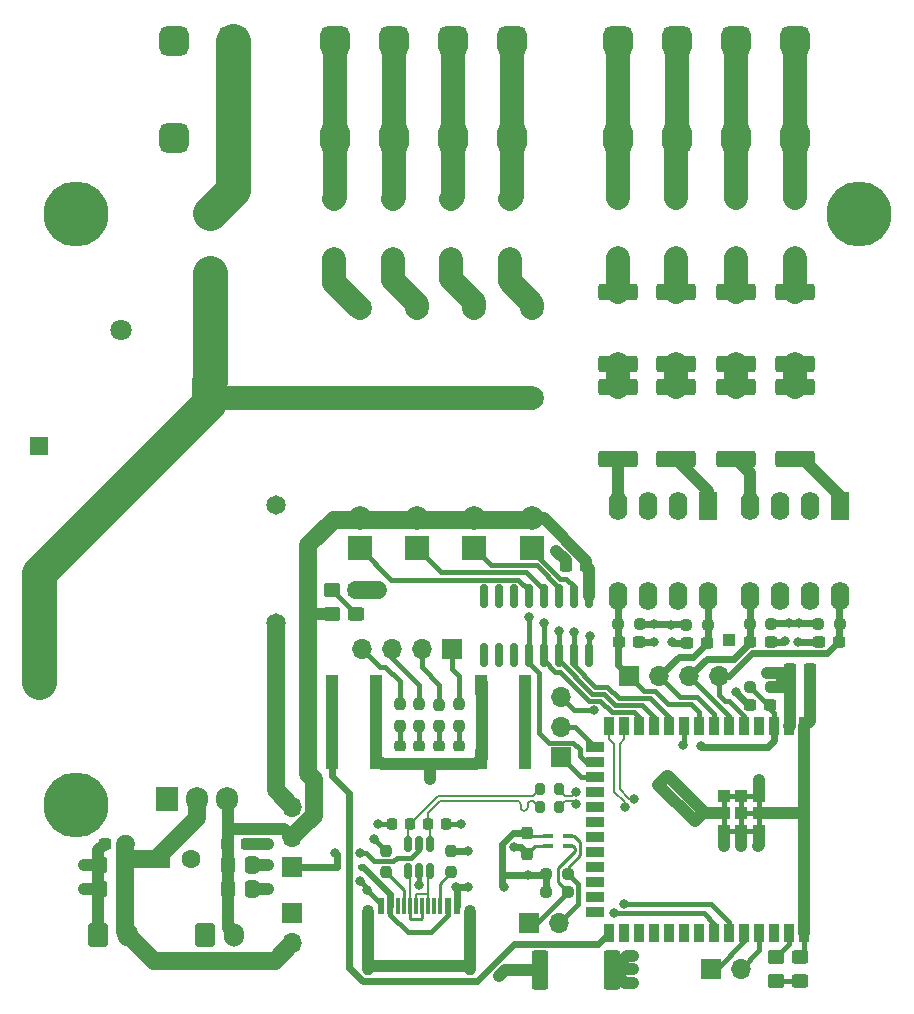
<source format=gtl>
G04 #@! TF.GenerationSoftware,KiCad,Pcbnew,(6.0.10)*
G04 #@! TF.CreationDate,2023-02-01T21:50:36+01:00*
G04 #@! TF.ProjectId,hamodule,68616d6f-6475-46c6-952e-6b696361645f,V.20230201.22*
G04 #@! TF.SameCoordinates,Original*
G04 #@! TF.FileFunction,Copper,L1,Top*
G04 #@! TF.FilePolarity,Positive*
%FSLAX46Y46*%
G04 Gerber Fmt 4.6, Leading zero omitted, Abs format (unit mm)*
G04 Created by KiCad (PCBNEW (6.0.10)) date 2023-02-01 21:50:36*
%MOMM*%
%LPD*%
G01*
G04 APERTURE LIST*
G04 Aperture macros list*
%AMRoundRect*
0 Rectangle with rounded corners*
0 $1 Rounding radius*
0 $2 $3 $4 $5 $6 $7 $8 $9 X,Y pos of 4 corners*
0 Add a 4 corners polygon primitive as box body*
4,1,4,$2,$3,$4,$5,$6,$7,$8,$9,$2,$3,0*
0 Add four circle primitives for the rounded corners*
1,1,$1+$1,$2,$3*
1,1,$1+$1,$4,$5*
1,1,$1+$1,$6,$7*
1,1,$1+$1,$8,$9*
0 Add four rect primitives between the rounded corners*
20,1,$1+$1,$2,$3,$4,$5,0*
20,1,$1+$1,$4,$5,$6,$7,0*
20,1,$1+$1,$6,$7,$8,$9,0*
20,1,$1+$1,$8,$9,$2,$3,0*%
G04 Aperture macros list end*
G04 #@! TA.AperFunction,ComponentPad*
%ADD10R,1.000000X1.000000*%
G04 #@! TD*
G04 #@! TA.AperFunction,ComponentPad*
%ADD11R,1.700000X1.700000*%
G04 #@! TD*
G04 #@! TA.AperFunction,ComponentPad*
%ADD12O,1.700000X1.700000*%
G04 #@! TD*
G04 #@! TA.AperFunction,SMDPad,CuDef*
%ADD13RoundRect,0.249999X-1.425001X0.450001X-1.425001X-0.450001X1.425001X-0.450001X1.425001X0.450001X0*%
G04 #@! TD*
G04 #@! TA.AperFunction,ComponentPad*
%ADD14C,1.800000*%
G04 #@! TD*
G04 #@! TA.AperFunction,SMDPad,CuDef*
%ADD15RoundRect,0.250000X-0.450000X0.325000X-0.450000X-0.325000X0.450000X-0.325000X0.450000X0.325000X0*%
G04 #@! TD*
G04 #@! TA.AperFunction,SMDPad,CuDef*
%ADD16RoundRect,0.250000X-0.450000X0.350000X-0.450000X-0.350000X0.450000X-0.350000X0.450000X0.350000X0*%
G04 #@! TD*
G04 #@! TA.AperFunction,ComponentPad*
%ADD17RoundRect,0.250000X-0.600000X-0.750000X0.600000X-0.750000X0.600000X0.750000X-0.600000X0.750000X0*%
G04 #@! TD*
G04 #@! TA.AperFunction,ComponentPad*
%ADD18O,1.700000X2.000000*%
G04 #@! TD*
G04 #@! TA.AperFunction,SMDPad,CuDef*
%ADD19RoundRect,0.237500X0.300000X0.237500X-0.300000X0.237500X-0.300000X-0.237500X0.300000X-0.237500X0*%
G04 #@! TD*
G04 #@! TA.AperFunction,SMDPad,CuDef*
%ADD20RoundRect,0.250000X-0.337500X-0.475000X0.337500X-0.475000X0.337500X0.475000X-0.337500X0.475000X0*%
G04 #@! TD*
G04 #@! TA.AperFunction,ComponentPad*
%ADD21R,1.650000X1.650000*%
G04 #@! TD*
G04 #@! TA.AperFunction,ComponentPad*
%ADD22C,1.650000*%
G04 #@! TD*
G04 #@! TA.AperFunction,ComponentPad*
%ADD23R,1.905000X2.000000*%
G04 #@! TD*
G04 #@! TA.AperFunction,ComponentPad*
%ADD24O,1.905000X2.000000*%
G04 #@! TD*
G04 #@! TA.AperFunction,ComponentPad*
%ADD25RoundRect,0.625000X0.625000X0.625000X-0.625000X0.625000X-0.625000X-0.625000X0.625000X-0.625000X0*%
G04 #@! TD*
G04 #@! TA.AperFunction,ComponentPad*
%ADD26C,2.000000*%
G04 #@! TD*
G04 #@! TA.AperFunction,ComponentPad*
%ADD27C,5.500000*%
G04 #@! TD*
G04 #@! TA.AperFunction,SMDPad,CuDef*
%ADD28RoundRect,0.150000X0.150000X-0.825000X0.150000X0.825000X-0.150000X0.825000X-0.150000X-0.825000X0*%
G04 #@! TD*
G04 #@! TA.AperFunction,ComponentPad*
%ADD29R,1.600000X2.400000*%
G04 #@! TD*
G04 #@! TA.AperFunction,ComponentPad*
%ADD30O,1.600000X2.400000*%
G04 #@! TD*
G04 #@! TA.AperFunction,SMDPad,CuDef*
%ADD31RoundRect,0.237500X-0.250000X-0.237500X0.250000X-0.237500X0.250000X0.237500X-0.250000X0.237500X0*%
G04 #@! TD*
G04 #@! TA.AperFunction,SMDPad,CuDef*
%ADD32RoundRect,0.237500X-0.300000X-0.237500X0.300000X-0.237500X0.300000X0.237500X-0.300000X0.237500X0*%
G04 #@! TD*
G04 #@! TA.AperFunction,SMDPad,CuDef*
%ADD33R,1.100000X1.800000*%
G04 #@! TD*
G04 #@! TA.AperFunction,SMDPad,CuDef*
%ADD34RoundRect,0.237500X-0.237500X0.300000X-0.237500X-0.300000X0.237500X-0.300000X0.237500X0.300000X0*%
G04 #@! TD*
G04 #@! TA.AperFunction,SMDPad,CuDef*
%ADD35RoundRect,0.237500X0.237500X-0.250000X0.237500X0.250000X-0.237500X0.250000X-0.237500X-0.250000X0*%
G04 #@! TD*
G04 #@! TA.AperFunction,SMDPad,CuDef*
%ADD36RoundRect,0.225000X0.225000X0.250000X-0.225000X0.250000X-0.225000X-0.250000X0.225000X-0.250000X0*%
G04 #@! TD*
G04 #@! TA.AperFunction,SMDPad,CuDef*
%ADD37RoundRect,0.200000X0.200000X0.275000X-0.200000X0.275000X-0.200000X-0.275000X0.200000X-0.275000X0*%
G04 #@! TD*
G04 #@! TA.AperFunction,SMDPad,CuDef*
%ADD38R,0.900000X1.500000*%
G04 #@! TD*
G04 #@! TA.AperFunction,SMDPad,CuDef*
%ADD39R,1.500000X0.900000*%
G04 #@! TD*
G04 #@! TA.AperFunction,SMDPad,CuDef*
%ADD40R,1.000000X1.000000*%
G04 #@! TD*
G04 #@! TA.AperFunction,SMDPad,CuDef*
%ADD41RoundRect,0.218750X0.256250X-0.218750X0.256250X0.218750X-0.256250X0.218750X-0.256250X-0.218750X0*%
G04 #@! TD*
G04 #@! TA.AperFunction,SMDPad,CuDef*
%ADD42R,0.600000X0.450000*%
G04 #@! TD*
G04 #@! TA.AperFunction,SMDPad,CuDef*
%ADD43RoundRect,0.250000X0.337500X0.475000X-0.337500X0.475000X-0.337500X-0.475000X0.337500X-0.475000X0*%
G04 #@! TD*
G04 #@! TA.AperFunction,SMDPad,CuDef*
%ADD44R,0.600000X1.450000*%
G04 #@! TD*
G04 #@! TA.AperFunction,SMDPad,CuDef*
%ADD45R,0.300000X1.450000*%
G04 #@! TD*
G04 #@! TA.AperFunction,ComponentPad*
%ADD46O,1.000000X2.100000*%
G04 #@! TD*
G04 #@! TA.AperFunction,ComponentPad*
%ADD47O,1.000000X1.600000*%
G04 #@! TD*
G04 #@! TA.AperFunction,ComponentPad*
%ADD48R,2.000000X2.000000*%
G04 #@! TD*
G04 #@! TA.AperFunction,SMDPad,CuDef*
%ADD49RoundRect,0.249999X-0.450001X-1.425001X0.450001X-1.425001X0.450001X1.425001X-0.450001X1.425001X0*%
G04 #@! TD*
G04 #@! TA.AperFunction,SMDPad,CuDef*
%ADD50R,0.820000X0.304800*%
G04 #@! TD*
G04 #@! TA.AperFunction,SMDPad,CuDef*
%ADD51R,0.820000X0.308800*%
G04 #@! TD*
G04 #@! TA.AperFunction,SMDPad,CuDef*
%ADD52RoundRect,0.150000X0.150000X-0.512500X0.150000X0.512500X-0.150000X0.512500X-0.150000X-0.512500X0*%
G04 #@! TD*
G04 #@! TA.AperFunction,SMDPad,CuDef*
%ADD53RoundRect,0.225000X-0.225000X-0.250000X0.225000X-0.250000X0.225000X0.250000X-0.225000X0.250000X0*%
G04 #@! TD*
G04 #@! TA.AperFunction,ComponentPad*
%ADD54R,1.600000X1.600000*%
G04 #@! TD*
G04 #@! TA.AperFunction,ComponentPad*
%ADD55C,1.600000*%
G04 #@! TD*
G04 #@! TA.AperFunction,SMDPad,CuDef*
%ADD56RoundRect,0.250000X0.450000X-0.350000X0.450000X0.350000X-0.450000X0.350000X-0.450000X-0.350000X0*%
G04 #@! TD*
G04 #@! TA.AperFunction,ViaPad*
%ADD57C,0.800000*%
G04 #@! TD*
G04 #@! TA.AperFunction,Conductor*
%ADD58C,0.600000*%
G04 #@! TD*
G04 #@! TA.AperFunction,Conductor*
%ADD59C,0.400000*%
G04 #@! TD*
G04 #@! TA.AperFunction,Conductor*
%ADD60C,1.000000*%
G04 #@! TD*
G04 #@! TA.AperFunction,Conductor*
%ADD61C,3.000000*%
G04 #@! TD*
G04 #@! TA.AperFunction,Conductor*
%ADD62C,2.000000*%
G04 #@! TD*
G04 #@! TA.AperFunction,Conductor*
%ADD63C,1.500000*%
G04 #@! TD*
G04 #@! TA.AperFunction,Conductor*
%ADD64C,0.250000*%
G04 #@! TD*
G04 #@! TA.AperFunction,Conductor*
%ADD65C,0.200000*%
G04 #@! TD*
G04 #@! TA.AperFunction,Conductor*
%ADD66C,0.350000*%
G04 #@! TD*
G04 APERTURE END LIST*
D10*
X93218000Y-85217000D03*
D11*
X56261500Y-108343700D03*
D12*
X56261500Y-110883700D03*
D13*
X83820500Y-55791100D03*
X83820500Y-61891100D03*
X88773500Y-55791100D03*
X88773500Y-61891100D03*
D14*
X41703800Y-59011450D03*
X49203800Y-60644780D03*
D13*
X88773500Y-63842900D03*
X88773500Y-69942900D03*
X83820500Y-63842900D03*
X83820500Y-69942900D03*
D15*
X61659000Y-81008000D03*
X61659000Y-83058000D03*
D16*
X59576200Y-81026000D03*
X59576200Y-83026000D03*
D17*
X48832000Y-110219000D03*
D18*
X51332000Y-110219000D03*
D19*
X42137500Y-102489000D03*
X40412500Y-102489000D03*
D20*
X50778500Y-106299000D03*
X52853500Y-106299000D03*
D19*
X81126500Y-78994000D03*
X79401500Y-78994000D03*
D21*
X34839100Y-68805000D03*
D22*
X34839100Y-88805000D03*
X54839100Y-83805000D03*
X54839100Y-73805000D03*
D23*
X45657000Y-98679000D03*
D24*
X48197000Y-98679000D03*
X50737000Y-98679000D03*
D25*
X74849500Y-42758500D03*
X74849500Y-34558501D03*
X69849500Y-42758500D03*
X69849500Y-34558501D03*
X64849500Y-42758500D03*
X64849500Y-34558501D03*
X59849500Y-42758500D03*
X59849500Y-34558501D03*
X51203100Y-42782099D03*
X51203100Y-34582100D03*
X46203100Y-42782099D03*
X46203100Y-34582100D03*
X98809500Y-42718499D03*
X98809500Y-34518500D03*
X93809500Y-42718499D03*
X93809500Y-34518500D03*
X88809500Y-42718499D03*
X88809500Y-34518500D03*
X83809500Y-42718499D03*
X83809500Y-34518500D03*
D26*
X49249500Y-49088500D03*
X49239500Y-54168500D03*
D27*
X104267500Y-49212500D03*
X37973500Y-49212500D03*
D28*
X72454000Y-86484000D03*
X73724000Y-86484000D03*
X74994000Y-86484000D03*
X76264000Y-86484000D03*
X77534000Y-86484000D03*
X78804000Y-86484000D03*
X80074000Y-86484000D03*
X81344000Y-86484000D03*
X81344000Y-81534000D03*
X80074000Y-81534000D03*
X78804000Y-81534000D03*
X77534000Y-81534000D03*
X76264000Y-81534000D03*
X74994000Y-81534000D03*
X73724000Y-81534000D03*
X72454000Y-81534000D03*
D13*
X98831900Y-63842900D03*
X98831900Y-69942900D03*
X93802700Y-55791100D03*
X93802700Y-61891100D03*
X98831900Y-55791100D03*
X98831900Y-61891100D03*
D29*
X91454274Y-73923320D03*
D30*
X88914274Y-73923320D03*
X86374274Y-73923320D03*
X83834274Y-73923320D03*
X83834274Y-81543320D03*
X86374274Y-81543320D03*
X88914274Y-81543320D03*
X91454274Y-81543320D03*
D29*
X102630274Y-73923320D03*
D30*
X100090274Y-73923320D03*
X97550274Y-73923320D03*
X95010274Y-73923320D03*
X95010274Y-81543320D03*
X97550274Y-81543320D03*
X100090274Y-81543320D03*
X102630274Y-81543320D03*
D13*
X93802700Y-63842900D03*
X93802700Y-69942900D03*
D31*
X94959000Y-89217500D03*
X96784000Y-89217500D03*
D32*
X98362000Y-87677000D03*
X100087000Y-87677000D03*
D19*
X96721500Y-90741500D03*
X94996500Y-90741500D03*
D17*
X39835000Y-110219000D03*
D18*
X42335000Y-110219000D03*
D33*
X75955000Y-89102000D03*
X75955000Y-95302000D03*
X72255000Y-95302000D03*
X72255000Y-89102000D03*
X59643400Y-89102000D03*
X59643400Y-95302000D03*
X63343400Y-95302000D03*
X63343400Y-89102000D03*
D11*
X84783000Y-88341600D03*
D12*
X87323000Y-88341600D03*
X89863000Y-88341600D03*
X92403000Y-88341600D03*
D11*
X91720000Y-113080000D03*
D12*
X94260000Y-113080000D03*
D32*
X98351500Y-90741500D03*
X100076500Y-90741500D03*
D34*
X76156500Y-101624200D03*
X76156500Y-103349200D03*
D35*
X69690000Y-104912500D03*
X69690000Y-103087500D03*
D36*
X66205000Y-100820000D03*
X64655000Y-100820000D03*
D31*
X94987600Y-83896200D03*
X96812600Y-83896200D03*
D11*
X79000000Y-95200000D03*
D12*
X79000000Y-92660000D03*
X79000000Y-90120000D03*
D14*
X88773500Y-52895500D03*
X88773500Y-47815500D03*
D35*
X68707000Y-92552800D03*
X68707000Y-90727800D03*
X70358000Y-92528500D03*
X70358000Y-90703500D03*
D31*
X83860500Y-83896200D03*
X85685500Y-83896200D03*
D37*
X78825000Y-97910000D03*
X77175000Y-97910000D03*
X78825000Y-99385000D03*
X77175000Y-99385000D03*
D38*
X99610000Y-92550000D03*
X98340000Y-92550000D03*
X97070000Y-92550000D03*
X95800000Y-92550000D03*
X94530000Y-92550000D03*
X93260000Y-92550000D03*
X91990000Y-92550000D03*
X90720000Y-92550000D03*
X89450000Y-92550000D03*
X88180000Y-92550000D03*
X86910000Y-92550000D03*
X85640000Y-92550000D03*
X84370000Y-92550000D03*
X83100000Y-92550000D03*
D39*
X81850000Y-94315000D03*
X81850000Y-95585000D03*
X81850000Y-96855000D03*
X81850000Y-98125000D03*
X81850000Y-99395000D03*
X81850000Y-100665000D03*
X81850000Y-101935000D03*
X81850000Y-103205000D03*
X81850000Y-104475000D03*
X81850000Y-105745000D03*
X81850000Y-107015000D03*
X81850000Y-108285000D03*
D38*
X83100000Y-110050000D03*
X84370000Y-110050000D03*
X85640000Y-110050000D03*
X86910000Y-110050000D03*
X88180000Y-110050000D03*
X89450000Y-110050000D03*
X90720000Y-110050000D03*
X91990000Y-110050000D03*
X93260000Y-110050000D03*
X94530000Y-110050000D03*
X95800000Y-110050000D03*
X97070000Y-110050000D03*
X98340000Y-110050000D03*
X99610000Y-110050000D03*
D40*
X92760000Y-98440000D03*
X95760000Y-99940000D03*
X95760000Y-98440000D03*
X92760000Y-99940000D03*
X95760000Y-101440000D03*
X94260000Y-101440000D03*
X92760000Y-101440000D03*
X94260000Y-99940000D03*
X94260000Y-98440000D03*
D41*
X68707000Y-95783500D03*
X68707000Y-94208500D03*
D14*
X98831900Y-52895500D03*
X98831900Y-47815500D03*
D11*
X76325000Y-109200000D03*
D12*
X78865000Y-109200000D03*
D15*
X99210000Y-112065000D03*
X99210000Y-114115000D03*
D42*
X60000000Y-104500000D03*
X62100000Y-104500000D03*
D14*
X74690000Y-52959000D03*
X74690000Y-47879000D03*
D43*
X42058500Y-104267000D03*
X39983500Y-104267000D03*
D44*
X63726000Y-107760900D03*
X64526000Y-107760900D03*
D45*
X65726000Y-107760900D03*
X66726000Y-107760900D03*
X67226000Y-107760900D03*
X68226000Y-107760900D03*
D44*
X69426000Y-107760900D03*
X70226000Y-107760900D03*
X70226000Y-107760900D03*
X69426000Y-107760900D03*
D45*
X68726000Y-107760900D03*
X67726000Y-107760900D03*
X66226000Y-107760900D03*
X65226000Y-107760900D03*
D44*
X64526000Y-107760900D03*
X63726000Y-107760900D03*
D46*
X71296000Y-108675900D03*
D47*
X62656000Y-112855900D03*
D46*
X62656000Y-108675900D03*
D47*
X71296000Y-112855900D03*
D31*
X100778800Y-83896200D03*
X102603800Y-83896200D03*
D11*
X56261500Y-104470200D03*
D12*
X56261500Y-101930200D03*
X56261500Y-99390200D03*
D32*
X95034600Y-85420200D03*
X96759600Y-85420200D03*
D41*
X65379600Y-95783500D03*
X65379600Y-94208500D03*
D32*
X89652000Y-85521800D03*
X91377000Y-85521800D03*
X50699500Y-102489000D03*
X52424500Y-102489000D03*
D14*
X93802700Y-52895500D03*
X93802700Y-47815500D03*
D35*
X65379600Y-92528400D03*
X65379600Y-90703400D03*
D19*
X102550800Y-85420200D03*
X100825800Y-85420200D03*
D35*
X67005200Y-92530300D03*
X67005200Y-90705300D03*
D48*
X61976000Y-77470000D03*
D26*
X61976000Y-74930000D03*
X61976000Y-64770000D03*
X61976000Y-57150000D03*
D48*
X66802000Y-77470000D03*
D26*
X66802000Y-74930000D03*
X66802000Y-64770000D03*
X66802000Y-57150000D03*
D14*
X64770000Y-52959000D03*
X64770000Y-47879000D03*
D48*
X76581000Y-77470000D03*
D26*
X76581000Y-74930000D03*
X76581000Y-64770000D03*
X76581000Y-57150000D03*
D49*
X77250000Y-113200000D03*
X83350000Y-113200000D03*
D50*
X79620000Y-102700000D03*
D51*
X79620000Y-101889200D03*
X77900000Y-101889200D03*
D50*
X77900000Y-102700000D03*
D52*
X66030000Y-104797500D03*
X66980000Y-104797500D03*
X67930000Y-104797500D03*
X67930000Y-102522500D03*
X66980000Y-102522500D03*
X66030000Y-102522500D03*
D48*
X71628000Y-77470000D03*
D26*
X71628000Y-74930000D03*
X71628000Y-64770000D03*
X71628000Y-57150000D03*
D53*
X67745000Y-100820000D03*
X69295000Y-100820000D03*
D31*
X77729100Y-105042600D03*
X79554100Y-105042600D03*
D43*
X42058500Y-106299000D03*
X39983500Y-106299000D03*
D54*
X45149000Y-103759000D03*
D55*
X47649000Y-103759000D03*
D14*
X83795100Y-52895500D03*
X83795100Y-47815500D03*
D41*
X70358000Y-95783500D03*
X70358000Y-94208500D03*
D32*
X98362000Y-89217500D03*
X100087000Y-89217500D03*
D20*
X50778500Y-104267000D03*
X52853500Y-104267000D03*
D31*
X89600900Y-83947000D03*
X91425900Y-83947000D03*
X77729100Y-106566600D03*
X79554100Y-106566600D03*
D14*
X59817000Y-52959000D03*
X59817000Y-47879000D03*
D56*
X97220000Y-114090000D03*
X97220000Y-112090000D03*
D35*
X64210000Y-104912500D03*
X64210000Y-103087500D03*
D11*
X69787000Y-85979000D03*
D12*
X67247000Y-85979000D03*
X64707000Y-85979000D03*
X62167000Y-85979000D03*
D27*
X37973500Y-99212500D03*
D32*
X83909400Y-85420200D03*
X85634400Y-85420200D03*
D14*
X69690000Y-52959000D03*
X69690000Y-47879000D03*
D41*
X67005200Y-95783500D03*
X67005200Y-94208500D03*
D57*
X74168000Y-106172000D03*
X96457000Y-88011000D03*
X97663000Y-88392000D03*
X76200000Y-105156000D03*
X76264000Y-83312000D03*
X77534000Y-83820000D03*
X78804000Y-84455000D03*
X80074000Y-84582000D03*
X90850000Y-94200000D03*
X75883000Y-90932000D03*
X75969500Y-93395800D03*
X59900000Y-103300000D03*
X62000000Y-103300000D03*
X95700000Y-102700000D03*
X91100000Y-99800000D03*
X100063800Y-88392000D03*
X88329000Y-83947000D03*
X54229000Y-104267000D03*
X86906600Y-83896200D03*
X99149400Y-83845400D03*
X63343400Y-93501600D03*
X72269500Y-93465500D03*
X72263000Y-90805000D03*
X100087000Y-89916000D03*
X63500000Y-100800000D03*
X98285800Y-83845400D03*
X93790000Y-89662000D03*
X63200000Y-102100000D03*
X61976000Y-105664000D03*
X70500000Y-100800000D03*
X94200000Y-102700000D03*
X75000000Y-102800000D03*
X54229000Y-102489000D03*
X38608000Y-106299000D03*
X88430600Y-85420200D03*
X38608000Y-104267000D03*
X71120000Y-103124000D03*
X66995998Y-106036400D03*
X95800000Y-97100000D03*
X63487800Y-81026000D03*
X85100000Y-112000000D03*
X85100000Y-113100000D03*
X99100000Y-85400000D03*
X97981000Y-85344000D03*
X90300000Y-100600000D03*
X54229000Y-106299000D03*
X81423511Y-84883489D03*
X62600000Y-106440000D03*
X88011000Y-96774000D03*
X86906600Y-85420200D03*
X63343400Y-91088600D03*
X85100000Y-114300000D03*
X70104000Y-106172000D03*
X71120000Y-106172000D03*
X78613000Y-77724000D03*
X87249000Y-97536000D03*
X92800000Y-102700000D03*
X67945000Y-97028000D03*
X84357066Y-107600500D03*
X83500000Y-108400000D03*
X81800000Y-91200000D03*
X89360000Y-94170000D03*
X84408768Y-99421232D03*
X80223958Y-99172500D03*
X80223958Y-98122500D03*
X85151232Y-98678768D03*
X73736200Y-113741200D03*
D58*
X74039603Y-106043603D02*
X74039603Y-102487603D01*
X74168000Y-106172000D02*
X74039603Y-106043603D01*
D59*
X70358000Y-90703500D02*
X70358000Y-88264000D01*
X70358000Y-88264000D02*
X69787000Y-87693000D01*
X69787000Y-85979000D02*
X69787000Y-87693000D01*
X86518971Y-90192949D02*
X88138500Y-91812478D01*
X82892500Y-89192500D02*
X83892949Y-90192949D01*
X81878211Y-89192500D02*
X82892500Y-89192500D01*
X80074000Y-87388289D02*
X81878211Y-89192500D01*
X83892949Y-90192949D02*
X86518971Y-90192949D01*
X80074000Y-86484000D02*
X80074000Y-87388289D01*
X88138500Y-91812478D02*
X88138500Y-92791500D01*
X86868500Y-91812478D02*
X86868500Y-92791500D01*
X83592469Y-90792469D02*
X85848491Y-90792469D01*
X82600000Y-89800000D02*
X83592469Y-90792469D01*
X81637183Y-89800000D02*
X82600000Y-89800000D01*
X85848491Y-90792469D02*
X86868500Y-91812478D01*
X78804000Y-86966817D02*
X81637183Y-89800000D01*
X78804000Y-86484000D02*
X78804000Y-86966817D01*
X77534000Y-86966817D02*
X77534000Y-86484000D01*
X78944329Y-87955673D02*
X78522856Y-87955673D01*
X82300000Y-90400000D02*
X81388655Y-90400000D01*
X83291989Y-91391989D02*
X82300000Y-90400000D01*
X85178011Y-91391989D02*
X83291989Y-91391989D01*
X78522856Y-87955673D02*
X77534000Y-86966817D01*
X85598500Y-91812478D02*
X85178011Y-91391989D01*
X85598500Y-92791500D02*
X85598500Y-91812478D01*
X81388655Y-90400000D02*
X78944329Y-87955673D01*
X80080000Y-91200000D02*
X79000000Y-90120000D01*
X81800000Y-91200000D02*
X80080000Y-91200000D01*
D60*
X87249000Y-97549000D02*
X90300000Y-100600000D01*
X87249000Y-97536000D02*
X87249000Y-97549000D01*
X87249000Y-97536000D02*
X88011000Y-96774000D01*
X88074000Y-96774000D02*
X91100000Y-99800000D01*
X88011000Y-96774000D02*
X88074000Y-96774000D01*
X97663000Y-88376000D02*
X98362000Y-87677000D01*
X97663000Y-88392000D02*
X97663000Y-88376000D01*
X96784000Y-89217500D02*
X98362000Y-89217500D01*
X96457000Y-88011000D02*
X98028000Y-88011000D01*
X98028000Y-88011000D02*
X98362000Y-87677000D01*
X98362000Y-92528000D02*
X98340000Y-92550000D01*
X98362000Y-87677000D02*
X98362000Y-92528000D01*
D59*
X65379600Y-92528400D02*
X65379600Y-94208500D01*
D61*
X34839100Y-88805000D02*
X34839100Y-79575700D01*
X49203800Y-65211000D02*
X49203800Y-63363800D01*
D62*
X49644800Y-64770000D02*
X76581000Y-64770000D01*
D61*
X49203800Y-63363800D02*
X49239500Y-63328100D01*
X49239500Y-63328100D02*
X49239500Y-54168500D01*
X34839100Y-79575700D02*
X49203800Y-65211000D01*
D63*
X49203800Y-65211000D02*
X49644800Y-64770000D01*
D60*
X50778500Y-104267000D02*
X50778500Y-109665500D01*
D63*
X59754000Y-75057000D02*
X61976000Y-75057000D01*
D60*
X57881000Y-83026000D02*
X57595000Y-83312000D01*
D63*
X57595000Y-77216000D02*
X59754000Y-75057000D01*
D60*
X50778500Y-101240500D02*
X55571800Y-101240500D01*
X50778500Y-104267000D02*
X50778500Y-101240500D01*
X81344000Y-79211500D02*
X81126500Y-78994000D01*
X55571800Y-101240500D02*
X56261500Y-101930200D01*
D63*
X58061011Y-97062211D02*
X57595000Y-96596200D01*
D60*
X81344000Y-81534000D02*
X81344000Y-79211500D01*
D63*
X61976000Y-75057000D02*
X76581000Y-75057000D01*
D60*
X50778500Y-109665500D02*
X51332000Y-110219000D01*
X81126500Y-78994000D02*
X81126500Y-78541122D01*
D63*
X58061011Y-100135583D02*
X58061011Y-97062211D01*
X57349797Y-100846797D02*
X58061011Y-100135583D01*
D60*
X81126500Y-78541122D02*
X77515378Y-74930000D01*
D63*
X56261500Y-101930200D02*
X57344903Y-100846797D01*
D60*
X50778500Y-98720500D02*
X50737000Y-98679000D01*
D63*
X57595000Y-83312000D02*
X57595000Y-77216000D01*
D60*
X50778500Y-101240500D02*
X50778500Y-98720500D01*
X59576200Y-83026000D02*
X57881000Y-83026000D01*
D63*
X57595000Y-96596200D02*
X57595000Y-83312000D01*
X57344903Y-100846797D02*
X57349797Y-100846797D01*
D60*
X77515378Y-74930000D02*
X76581000Y-74930000D01*
D58*
X76200000Y-105156000D02*
X77615700Y-105156000D01*
D64*
X76421500Y-101889200D02*
X76156500Y-101624200D01*
D58*
X77729100Y-105042600D02*
X77729100Y-105629100D01*
X74039603Y-102487603D02*
X74903007Y-101624200D01*
D64*
X77696500Y-101889200D02*
X76421500Y-101889200D01*
D58*
X77615700Y-105156000D02*
X77729100Y-105042600D01*
X76200000Y-105156000D02*
X74168000Y-105156000D01*
X76156500Y-101624200D02*
X74903007Y-101624200D01*
X77729100Y-105629100D02*
X77729100Y-106566600D01*
D61*
X51203100Y-47134900D02*
X49249500Y-49088500D01*
X51203100Y-42782099D02*
X51203100Y-47134900D01*
X51203100Y-34582100D02*
X51203100Y-42782099D01*
D62*
X59817000Y-52959000D02*
X59817000Y-54991000D01*
X59817000Y-54991000D02*
X61976000Y-57150000D01*
X64770000Y-54737000D02*
X64770000Y-52959000D01*
X66802000Y-57150000D02*
X66802000Y-56769000D01*
X66802000Y-56769000D02*
X64770000Y-54737000D01*
X69690000Y-54707932D02*
X69690000Y-52959000D01*
X71628000Y-56645932D02*
X69690000Y-54707932D01*
X71628000Y-57150000D02*
X71628000Y-56645932D01*
X76581000Y-56769000D02*
X74690000Y-54878000D01*
X76581000Y-57150000D02*
X76581000Y-56769000D01*
X74690000Y-54878000D02*
X74690000Y-52959000D01*
X83809500Y-34518500D02*
X83809500Y-42718499D01*
X83809500Y-47801100D02*
X83795100Y-47815500D01*
X83809500Y-42718499D02*
X83809500Y-47801100D01*
X88809500Y-42718499D02*
X88809500Y-34518500D01*
X88773500Y-42754499D02*
X88809500Y-42718499D01*
X88773500Y-47815500D02*
X88773500Y-42754499D01*
X93809500Y-47808700D02*
X93802700Y-47815500D01*
X93809500Y-34518500D02*
X93809500Y-42718499D01*
X93809500Y-42718499D02*
X93809500Y-47808700D01*
X98809500Y-42718499D02*
X98809500Y-47793100D01*
X98809500Y-47793100D02*
X98831900Y-47815500D01*
X98809500Y-42718499D02*
X98809500Y-34518500D01*
D65*
X66726000Y-107760900D02*
X66726000Y-106785900D01*
X67726000Y-105001500D02*
X67930000Y-104797500D01*
X67726000Y-107760900D02*
X67726000Y-105001500D01*
X66776000Y-106735900D02*
X67707900Y-106735900D01*
X67707900Y-106735900D02*
X67726000Y-106754000D01*
X66726000Y-106785900D02*
X66776000Y-106735900D01*
D59*
X86964983Y-89591111D02*
X86032511Y-89591111D01*
D58*
X83834274Y-87392874D02*
X84783000Y-88341600D01*
D59*
X90030800Y-90678000D02*
X88051872Y-90678000D01*
X90716600Y-91363800D02*
X90030800Y-90678000D01*
X88051872Y-90678000D02*
X86964983Y-89591111D01*
D58*
X83834274Y-81543320D02*
X83834274Y-87392874D01*
D59*
X86032511Y-89591111D02*
X84783000Y-88341600D01*
X90716600Y-92753400D02*
X90716600Y-91363800D01*
D58*
X91377000Y-85521800D02*
X90208600Y-86690200D01*
X91454274Y-85444526D02*
X91377000Y-85521800D01*
X91454274Y-81543320D02*
X91454274Y-85444526D01*
X88974400Y-86690200D02*
X87323000Y-88341600D01*
X90208600Y-86690200D02*
X88974400Y-86690200D01*
D59*
X90523480Y-90078480D02*
X91948500Y-91503500D01*
X90523480Y-90078480D02*
X89059880Y-90078480D01*
X87323000Y-88341600D02*
X89059880Y-90078480D01*
X91948500Y-92791500D02*
X91948500Y-91503500D01*
X93240800Y-91719400D02*
X93256600Y-91719400D01*
D58*
X89863000Y-88341600D02*
X91362000Y-86842600D01*
D59*
X93256600Y-91719400D02*
X93256600Y-92753400D01*
D58*
X91362000Y-86842600D02*
X93612200Y-86842600D01*
X95034600Y-81567646D02*
X95010274Y-81543320D01*
X95034600Y-85420200D02*
X95034600Y-81567646D01*
D59*
X89863000Y-88341600D02*
X93240800Y-91719400D01*
D58*
X93612200Y-86842600D02*
X95034600Y-85420200D01*
X95190772Y-86394720D02*
X101525480Y-86394720D01*
X101525480Y-86394720D02*
X102550800Y-85369400D01*
X92403000Y-88341600D02*
X93243892Y-88341600D01*
D59*
X93254361Y-90438422D02*
X94530000Y-91714061D01*
X92901000Y-90438422D02*
X92901000Y-90424000D01*
X92901000Y-90424000D02*
X92403000Y-89926000D01*
X92403000Y-89926000D02*
X92403000Y-88341600D01*
D58*
X93243892Y-88341600D02*
X95190772Y-86394720D01*
D59*
X92901000Y-90438422D02*
X93254361Y-90438422D01*
D58*
X102550800Y-81622794D02*
X102630274Y-81543320D01*
D59*
X94530000Y-91714061D02*
X94530000Y-92550000D01*
D58*
X102550800Y-85369400D02*
X102550800Y-81622794D01*
D59*
X65379600Y-88747600D02*
X65379600Y-90703400D01*
X77153000Y-93147000D02*
X77153000Y-88050978D01*
X76264000Y-87161978D02*
X76264000Y-86484000D01*
X80047000Y-93947000D02*
X77953000Y-93947000D01*
X81120000Y-95585000D02*
X80600000Y-95065000D01*
X77153000Y-88050978D02*
X76264000Y-87161978D01*
X62167000Y-85979000D02*
X63691000Y-87503000D01*
X76264000Y-83312000D02*
X76264000Y-86484000D01*
X80600000Y-95065000D02*
X80600000Y-94500000D01*
X81850000Y-95585000D02*
X81120000Y-95585000D01*
X77953000Y-93947000D02*
X77153000Y-93147000D01*
X63691000Y-87503000D02*
X64135000Y-87503000D01*
X64135000Y-87503000D02*
X65379600Y-88747600D01*
X80600000Y-94500000D02*
X80047000Y-93947000D01*
X64707000Y-85979000D02*
X64707000Y-86805000D01*
X67005200Y-89103200D02*
X67005200Y-90705300D01*
X64707000Y-86805000D02*
X67005200Y-89103200D01*
X77534000Y-83820000D02*
X77534000Y-86484000D01*
X67247000Y-85979000D02*
X67247000Y-87567000D01*
X67247000Y-87567000D02*
X68707000Y-89027000D01*
X68707000Y-89027000D02*
X68707000Y-90727800D01*
X78804000Y-84455000D02*
X78804000Y-86484000D01*
X80074000Y-84582000D02*
X80074000Y-86484000D01*
X96721500Y-91133000D02*
X97028500Y-91440000D01*
D58*
X97028500Y-92791500D02*
X97028500Y-93749500D01*
D60*
X75969500Y-95105000D02*
X75969500Y-93228300D01*
D59*
X96520500Y-90741500D02*
X94996500Y-89217500D01*
D58*
X96486989Y-94291011D02*
X90941011Y-94291011D01*
X90941011Y-94291011D02*
X90850000Y-94200000D01*
D59*
X96721500Y-90741500D02*
X96721500Y-91133000D01*
X97028500Y-91440000D02*
X97028500Y-92791500D01*
D58*
X97028500Y-93749500D02*
X96486989Y-94291011D01*
D60*
X75969500Y-93228300D02*
X75969500Y-90383500D01*
X75969500Y-88905000D02*
X75969500Y-90383500D01*
D65*
X68788896Y-98872501D02*
X67745000Y-99916397D01*
X75572501Y-99428562D02*
X75572501Y-99172501D01*
X76662501Y-98872501D02*
X76472501Y-98872501D01*
X76172501Y-99172501D02*
X76172501Y-99428562D01*
X73611711Y-98872501D02*
X68788896Y-98872501D01*
X77175000Y-99385000D02*
X76662501Y-98872501D01*
X75272501Y-98872501D02*
X73611711Y-98872501D01*
X67745000Y-99916397D02*
X67745000Y-100820000D01*
X67930000Y-102522500D02*
X67930000Y-101005000D01*
X67930000Y-101005000D02*
X67745000Y-100820000D01*
X76172501Y-99172501D02*
G75*
G02*
X76472501Y-98872501I299999J1D01*
G01*
X75872501Y-99728601D02*
G75*
G03*
X76172501Y-99428562I-1J300001D01*
G01*
X75272501Y-98872499D02*
G75*
G02*
X75572501Y-99172501I-1J-300001D01*
G01*
X75572538Y-99428562D02*
G75*
G03*
X75872501Y-99728562I299962J-38D01*
G01*
X68602501Y-98422499D02*
X76662501Y-98422499D01*
X66030000Y-100995000D02*
X66205000Y-100820000D01*
X66030000Y-102522500D02*
X66030000Y-100995000D01*
X76662501Y-98422499D02*
X77175000Y-97910000D01*
X66205000Y-100820000D02*
X68602501Y-98422499D01*
D58*
X82125000Y-111025000D02*
X74995000Y-111025000D01*
X83100000Y-110050000D02*
X82125000Y-111025000D01*
D60*
X59643400Y-89102000D02*
X59643400Y-95302000D01*
D58*
X61076000Y-98234600D02*
X59643400Y-96802000D01*
X71860000Y-114160000D02*
X62245886Y-114160000D01*
X61076000Y-103316200D02*
X61076000Y-112990114D01*
X74995000Y-111025000D02*
X71860000Y-114160000D01*
X61076000Y-103316200D02*
X61076000Y-98234600D01*
X59643400Y-96802000D02*
X59643400Y-95302000D01*
X61076000Y-112990114D02*
X62245886Y-114160000D01*
D59*
X92230000Y-113080000D02*
X91720000Y-113080000D01*
X94530000Y-110050000D02*
X94530000Y-110780000D01*
X94530000Y-110780000D02*
X92230000Y-113080000D01*
X95800000Y-111540000D02*
X95800000Y-110050000D01*
X94260000Y-113080000D02*
X95800000Y-111540000D01*
X62500000Y-103300000D02*
X62000000Y-103300000D01*
D58*
X56291300Y-104500000D02*
X56261500Y-104470200D01*
X60000000Y-104500000D02*
X60000000Y-103400000D01*
X60000000Y-104500000D02*
X56291300Y-104500000D01*
D59*
X66980000Y-102522500D02*
X66980000Y-103020000D01*
X63200000Y-104000000D02*
X62500000Y-103300000D01*
X65100000Y-103700000D02*
X64800000Y-104000000D01*
X64800000Y-104000000D02*
X63200000Y-104000000D01*
X66300000Y-103700000D02*
X65100000Y-103700000D01*
D58*
X60000000Y-103400000D02*
X59900000Y-103300000D01*
D59*
X66980000Y-103020000D02*
X66300000Y-103700000D01*
D60*
X52424500Y-102489000D02*
X54229000Y-102489000D01*
X91240000Y-99940000D02*
X91100000Y-99800000D01*
D59*
X70480000Y-100820000D02*
X70500000Y-100800000D01*
X81344000Y-86484000D02*
X81344000Y-84963000D01*
D58*
X97904800Y-85420200D02*
X97981000Y-85344000D01*
D59*
X95760000Y-101440000D02*
X95760000Y-98440000D01*
D58*
X93790000Y-89662000D02*
X94869500Y-90741500D01*
D59*
X64655000Y-100820000D02*
X63520000Y-100820000D01*
D58*
X71083500Y-103087500D02*
X71120000Y-103124000D01*
D59*
X69295000Y-100820000D02*
X70480000Y-100820000D01*
D60*
X94260000Y-102640000D02*
X94200000Y-102700000D01*
D58*
X96863400Y-83845400D02*
X96812600Y-83896200D01*
D59*
X94260000Y-98440000D02*
X94260000Y-101440000D01*
D58*
X85685500Y-83896200D02*
X89550100Y-83896200D01*
D60*
X84550000Y-112000000D02*
X83350000Y-113200000D01*
X100087000Y-90731000D02*
X100076500Y-90741500D01*
D59*
X99610000Y-110050000D02*
X99610000Y-111665000D01*
D58*
X75607300Y-102800000D02*
X76156500Y-103349200D01*
D60*
X100076500Y-92083500D02*
X99610000Y-92550000D01*
D58*
X69690000Y-103087500D02*
X70140500Y-103087500D01*
D60*
X65379600Y-95758000D02*
X67945000Y-95758000D01*
X92760000Y-101440000D02*
X92760000Y-102660000D01*
D58*
X99120200Y-85420200D02*
X99100000Y-85400000D01*
D60*
X63343400Y-89102000D02*
X63343400Y-91088600D01*
X92760000Y-102660000D02*
X92800000Y-102700000D01*
D58*
X88532200Y-85521800D02*
X88430600Y-85420200D01*
D60*
X100087000Y-87677000D02*
X100087000Y-90731000D01*
D59*
X66980000Y-104797500D02*
X66980000Y-106020402D01*
D58*
X70140500Y-103087500D02*
X71083500Y-103087500D01*
D59*
X99610000Y-111665000D02*
X99210000Y-112065000D01*
D58*
X70226000Y-106294000D02*
X70104000Y-106172000D01*
D60*
X95760000Y-102640000D02*
X95700000Y-102700000D01*
X85100000Y-113100000D02*
X83450000Y-113100000D01*
X79401500Y-78512500D02*
X78613000Y-77724000D01*
D58*
X70104000Y-106172000D02*
X71120000Y-106172000D01*
D60*
X85100000Y-114300000D02*
X84450000Y-114300000D01*
D64*
X76156500Y-103349200D02*
X76805700Y-102700000D01*
D59*
X62600000Y-106440000D02*
X62600000Y-106288000D01*
X63726000Y-107566000D02*
X62600000Y-106440000D01*
D58*
X70226000Y-107760900D02*
X70226000Y-106294000D01*
D60*
X100076500Y-90741500D02*
X100076500Y-92083500D01*
X72269500Y-95287500D02*
X72255000Y-95302000D01*
X94260000Y-101440000D02*
X94260000Y-102640000D01*
X72269500Y-92246300D02*
X72269500Y-93465500D01*
X92760000Y-99940000D02*
X91240000Y-99940000D01*
D58*
X89550100Y-83896200D02*
X89600900Y-83947000D01*
D60*
X95760000Y-98440000D02*
X95760000Y-97140000D01*
D63*
X61659000Y-81008000D02*
X63469800Y-81008000D01*
D60*
X99610000Y-92550000D02*
X99610000Y-100010000D01*
D59*
X95760000Y-98440000D02*
X92760000Y-98440000D01*
D63*
X63469800Y-81008000D02*
X63487800Y-81026000D01*
D58*
X100825800Y-85420200D02*
X99120200Y-85420200D01*
D60*
X52853500Y-104267000D02*
X54229000Y-104267000D01*
X63799400Y-95758000D02*
X63343400Y-95302000D01*
D59*
X92760000Y-101440000D02*
X95760000Y-101440000D01*
D60*
X95760000Y-101440000D02*
X95760000Y-102640000D01*
D58*
X75000000Y-102800000D02*
X75607300Y-102800000D01*
D60*
X72269500Y-91230500D02*
X72269500Y-92246300D01*
X71799000Y-95758000D02*
X72255000Y-95302000D01*
X52853500Y-106299000D02*
X54229000Y-106299000D01*
X99540000Y-99940000D02*
X99610000Y-100010000D01*
D58*
X85634400Y-85420200D02*
X86906600Y-85420200D01*
D60*
X72269500Y-90976300D02*
X72269500Y-91230500D01*
X67945000Y-95758000D02*
X67945000Y-97028000D01*
X39835000Y-103066500D02*
X40412500Y-102489000D01*
D59*
X94260000Y-99940000D02*
X95760000Y-99940000D01*
X63520000Y-100820000D02*
X63500000Y-100800000D01*
D60*
X79401500Y-78994000D02*
X79401500Y-78512500D01*
X99610000Y-100010000D02*
X99610000Y-110050000D01*
D59*
X64210000Y-103087500D02*
X64187500Y-103087500D01*
X63726000Y-107760900D02*
X63726000Y-107566000D01*
D60*
X67945000Y-95758000D02*
X71799000Y-95758000D01*
X84450000Y-114300000D02*
X83350000Y-113200000D01*
D59*
X64187500Y-103087500D02*
X63200000Y-102100000D01*
D60*
X95760000Y-97140000D02*
X95800000Y-97100000D01*
X72269500Y-93465500D02*
X72269500Y-93605500D01*
X63343400Y-93501600D02*
X63343400Y-95302000D01*
D59*
X66980000Y-106020402D02*
X66995998Y-106036400D01*
D60*
X63343400Y-91088600D02*
X63343400Y-93501600D01*
X39835000Y-110219000D02*
X39835000Y-103066500D01*
D59*
X81344000Y-84963000D02*
X81423511Y-84883489D01*
D58*
X100778800Y-83845400D02*
X96863400Y-83845400D01*
D60*
X95760000Y-99940000D02*
X99540000Y-99940000D01*
X39983500Y-106299000D02*
X38608000Y-106299000D01*
D64*
X76805700Y-102700000D02*
X77696500Y-102700000D01*
D59*
X62600000Y-106288000D02*
X61976000Y-105664000D01*
D58*
X89652000Y-85521800D02*
X88532200Y-85521800D01*
D60*
X83450000Y-113100000D02*
X83350000Y-113200000D01*
X65379600Y-95758000D02*
X63799400Y-95758000D01*
X72269500Y-93605500D02*
X72269500Y-95287500D01*
D58*
X94869500Y-90741500D02*
X94996500Y-90741500D01*
D60*
X85100000Y-112000000D02*
X84550000Y-112000000D01*
X91100000Y-99800000D02*
X90300000Y-100600000D01*
D58*
X96759600Y-85420200D02*
X97904800Y-85420200D01*
D59*
X92760000Y-98440000D02*
X92760000Y-101440000D01*
D60*
X72269500Y-88905000D02*
X72269500Y-90976300D01*
X39983500Y-104267000D02*
X38608000Y-104267000D01*
D59*
X59576200Y-81026000D02*
X59627000Y-81026000D01*
X59627000Y-81026000D02*
X61659000Y-83058000D01*
D62*
X59849500Y-42758500D02*
X59849500Y-47846500D01*
X59849500Y-47846500D02*
X59817000Y-47879000D01*
X59849500Y-34558501D02*
X59849500Y-42758500D01*
X64849500Y-34558501D02*
X64849500Y-42758500D01*
X64849500Y-42758500D02*
X64849500Y-47799500D01*
X64849500Y-47799500D02*
X64770000Y-47879000D01*
X69849500Y-47719500D02*
X69690000Y-47879000D01*
X69849500Y-34558501D02*
X69849500Y-42758500D01*
X69849500Y-42758500D02*
X69849500Y-47719500D01*
X88773500Y-52895500D02*
X88773500Y-55791100D01*
X93802700Y-61891100D02*
X93802700Y-63842900D01*
D60*
X95010274Y-71150474D02*
X93802700Y-69942900D01*
X95010274Y-73923320D02*
X95010274Y-71150474D01*
D62*
X98831900Y-61891100D02*
X98831900Y-63842900D01*
D60*
X102630274Y-73094151D02*
X99479023Y-69942900D01*
X102630274Y-73923320D02*
X102630274Y-73094151D01*
X99479023Y-69942900D02*
X98831900Y-69942900D01*
D64*
X78742080Y-104572304D02*
X78742080Y-105754580D01*
D59*
X84357066Y-107600500D02*
X91700500Y-107600500D01*
X91700500Y-107600500D02*
X93260000Y-109160000D01*
D64*
X78742080Y-105754580D02*
X79554100Y-106566600D01*
X80021900Y-102700000D02*
X79620000Y-102700000D01*
X80160000Y-103154384D02*
X80160000Y-102838100D01*
X78742080Y-104572304D02*
X80160000Y-103154384D01*
D59*
X76325000Y-109200000D02*
X76920700Y-109200000D01*
X76920700Y-109200000D02*
X79554100Y-106566600D01*
X93260000Y-109160000D02*
X93260000Y-110050000D01*
D64*
X80160000Y-102838100D02*
X80021900Y-102700000D01*
X79554100Y-105042600D02*
X79681100Y-105042600D01*
D59*
X91990000Y-109320000D02*
X91070000Y-108400000D01*
X80441600Y-105930100D02*
X79554100Y-105042600D01*
D64*
X79554100Y-104544000D02*
X80609520Y-103488580D01*
X79653100Y-105014600D02*
X79681100Y-105042600D01*
D59*
X91990000Y-110050000D02*
X91990000Y-109320000D01*
D64*
X80111100Y-101889200D02*
X79620000Y-101889200D01*
D59*
X78865000Y-109200000D02*
X80441600Y-107623400D01*
D64*
X80609520Y-102387620D02*
X80111100Y-101889200D01*
X79554100Y-105042600D02*
X79554100Y-104544000D01*
X80609520Y-103488580D02*
X80609520Y-102387620D01*
D59*
X91070000Y-108400000D02*
X83500000Y-108400000D01*
D66*
X79554100Y-105042600D02*
X80416120Y-105904620D01*
D59*
X80441600Y-107623400D02*
X80441600Y-105930100D01*
D62*
X93802700Y-52895500D02*
X93802700Y-55791100D01*
X98831900Y-52895500D02*
X98831900Y-55791100D01*
D59*
X97220000Y-114090000D02*
X99185000Y-114090000D01*
X99185000Y-114090000D02*
X99210000Y-114115000D01*
X80195000Y-92660000D02*
X79000000Y-92660000D01*
X81850000Y-94315000D02*
X80195000Y-92660000D01*
D63*
X54839100Y-97967800D02*
X56261500Y-99390200D01*
X54839100Y-83805000D02*
X54839100Y-97967800D01*
D62*
X74849500Y-42758500D02*
X74849500Y-47719500D01*
X74849500Y-47719500D02*
X74690000Y-47879000D01*
X74849500Y-34558501D02*
X74849500Y-42758500D01*
X83795100Y-55765700D02*
X83820500Y-55791100D01*
X83795100Y-52895500D02*
X83795100Y-55765700D01*
D63*
X42058500Y-104267000D02*
X42058500Y-102568000D01*
X42058500Y-104267000D02*
X42058500Y-109942500D01*
X42566500Y-103759000D02*
X42058500Y-104267000D01*
X44514000Y-112395000D02*
X54750200Y-112395000D01*
X45149000Y-103759000D02*
X42566500Y-103759000D01*
X48197000Y-100330000D02*
X48197000Y-98679000D01*
X54750200Y-112395000D02*
X56261500Y-110883700D01*
X42335000Y-110219000D02*
X42338000Y-110219000D01*
X42338000Y-110219000D02*
X44514000Y-112395000D01*
X45149000Y-103378000D02*
X48197000Y-100330000D01*
X45149000Y-103759000D02*
X45149000Y-103378000D01*
X42058500Y-109942500D02*
X42335000Y-110219000D01*
X42058500Y-102568000D02*
X42137500Y-102489000D01*
D59*
X89450000Y-92550000D02*
X89450000Y-94080000D01*
X89450000Y-94080000D02*
X89360000Y-94170000D01*
X81850000Y-96855000D02*
X80655000Y-96855000D01*
X80655000Y-96855000D02*
X79000000Y-95200000D01*
D64*
X66226000Y-108826000D02*
X66226000Y-107760900D01*
X66239654Y-108839654D02*
X66226000Y-108826000D01*
D65*
X66226000Y-104993500D02*
X66030000Y-104797500D01*
D64*
X67172246Y-108839654D02*
X66239654Y-108839654D01*
D65*
X66226000Y-107760900D02*
X66226000Y-104993500D01*
D64*
X67226000Y-108785900D02*
X67172246Y-108839654D01*
X67226000Y-107760900D02*
X67226000Y-108785900D01*
D59*
X69426000Y-107760900D02*
X69426000Y-108544000D01*
X66000000Y-110000000D02*
X67850000Y-110000000D01*
X67970000Y-110000000D02*
X67850000Y-110000000D01*
D58*
X64526000Y-107760900D02*
X64526000Y-106758983D01*
D59*
X64526000Y-107760900D02*
X64526000Y-108526000D01*
D58*
X64526000Y-106758983D02*
X62267017Y-104500000D01*
D59*
X64526000Y-108526000D02*
X66000000Y-110000000D01*
X69426000Y-108544000D02*
X67970000Y-110000000D01*
D58*
X62267017Y-104500000D02*
X62100000Y-104500000D01*
D64*
X65726000Y-107760900D02*
X65726000Y-106428500D01*
X65726000Y-106428500D02*
X64210000Y-104912500D01*
X68726000Y-107760900D02*
X68726000Y-105876500D01*
X68726000Y-105876500D02*
X69690000Y-104912500D01*
D65*
X83510000Y-94085001D02*
X83100000Y-93675001D01*
X79923959Y-98872501D02*
X80223958Y-99172500D01*
X84408768Y-99421232D02*
X84408768Y-98996967D01*
X83510000Y-98098200D02*
X83510000Y-94085001D01*
X78825000Y-99385000D02*
X79337499Y-98872501D01*
X79337499Y-98872501D02*
X79923959Y-98872501D01*
X84408768Y-98996967D02*
X83510000Y-98098200D01*
X83100000Y-93675001D02*
X83100000Y-92550000D01*
X83960000Y-97911800D02*
X83960000Y-94085001D01*
X84370000Y-93675001D02*
X84370000Y-92550000D01*
X83960000Y-94085001D02*
X84370000Y-93675001D01*
X84726967Y-98678768D02*
X83960000Y-97911800D01*
X79923959Y-98422499D02*
X80223958Y-98122500D01*
X85151232Y-98678768D02*
X84726967Y-98678768D01*
X78825000Y-97910000D02*
X79337499Y-98422499D01*
X79337499Y-98422499D02*
X79923959Y-98422499D01*
D59*
X98340000Y-110050000D02*
X98340000Y-110970000D01*
X98340000Y-110970000D02*
X97220000Y-112090000D01*
D60*
X83820500Y-73909546D02*
X83834274Y-73923320D01*
X83820500Y-69942900D02*
X83820500Y-73909546D01*
D62*
X83820500Y-61891100D02*
X83820500Y-63842900D01*
D60*
X91454274Y-72623674D02*
X88773500Y-69942900D01*
X91454274Y-73923320D02*
X91454274Y-72623674D01*
D62*
X88773500Y-61891100D02*
X88773500Y-63842900D01*
D59*
X68869480Y-79537480D02*
X75410480Y-79537480D01*
X76019618Y-79537480D02*
X75410480Y-79537480D01*
X77534000Y-81534000D02*
X77534000Y-81051862D01*
X66802000Y-77470000D02*
X68869480Y-79537480D01*
X77534000Y-81051862D02*
X76019618Y-79537480D01*
X71628000Y-77470000D02*
X73095960Y-78937960D01*
X78804000Y-81534000D02*
X78804000Y-80813150D01*
X76928810Y-78937960D02*
X73095960Y-78937960D01*
X78804000Y-80813150D02*
X76928810Y-78937960D01*
X79439000Y-80051150D02*
X80074000Y-80686150D01*
X76581000Y-77470000D02*
X76581000Y-77742300D01*
X80074000Y-80686150D02*
X80074000Y-81407000D01*
X78889850Y-80051150D02*
X79439000Y-80051150D01*
X76581000Y-77742300D02*
X78889850Y-80051150D01*
X64643000Y-80137000D02*
X61976000Y-77470000D01*
X75349138Y-80137000D02*
X64643000Y-80137000D01*
X76264000Y-81051862D02*
X75349138Y-80137000D01*
X76264000Y-81534000D02*
X76264000Y-81051862D01*
X67005200Y-92530300D02*
X67005200Y-94208500D01*
X68707000Y-92552800D02*
X68707000Y-94208500D01*
X70358000Y-92528500D02*
X70358000Y-94208500D01*
D60*
X62656000Y-108675900D02*
X62656000Y-112855900D01*
X73736200Y-113698014D02*
X74234214Y-113200000D01*
D64*
X74092086Y-113200000D02*
X73618143Y-113673943D01*
D60*
X71296000Y-112855900D02*
X71296000Y-108675900D01*
X62656000Y-112855900D02*
X71296000Y-112855900D01*
X77250000Y-113200000D02*
X74234214Y-113200000D01*
X73736200Y-113741200D02*
X73736200Y-113698014D01*
D64*
X77250000Y-113200000D02*
X74092086Y-113200000D01*
M02*

</source>
